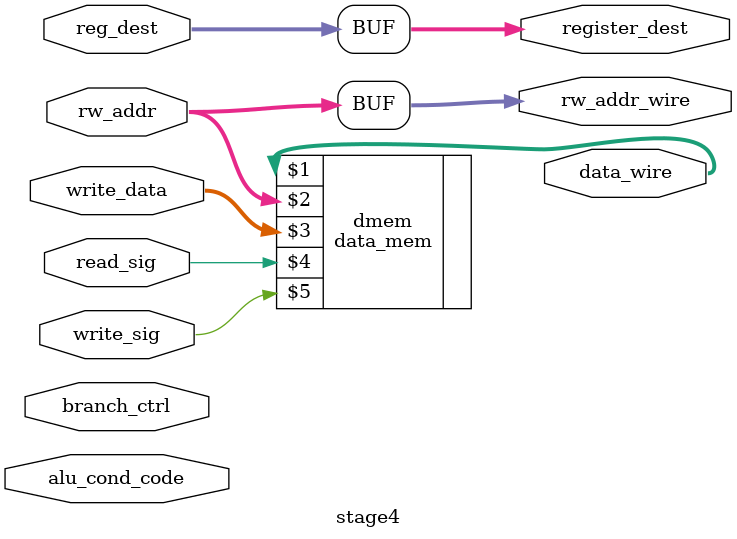
<source format=v>
`timescale 1ns / 1ps
module stage4(data_wire, rw_addr_wire, register_dest, alu_cond_code, rw_addr, write_data, reg_dest, branch_ctrl, write_sig, read_sig);

    output  [31:0]  data_wire, rw_addr_wire;	
    output  [4:0]   register_dest;

    input   [5:0]   alu_cond_code;  //zero alu result
                        
    input   [31:0]  rw_addr, write_data;
    input   [4:0]   reg_dest;
    input   [4:0]   branch_ctrl;    //branch ctrl wire
                        
    input           read_sig, write_sig;

    assign  rw_addr_wire = rw_addr;
    assign  register_dest = reg_dest;

    //data_mem(r_data, rw_addr, w_data, mem_read, mem_write);
    data_mem dmem(data_wire, rw_addr, write_data, read_sig, write_sig);
                    

endmodule
</source>
